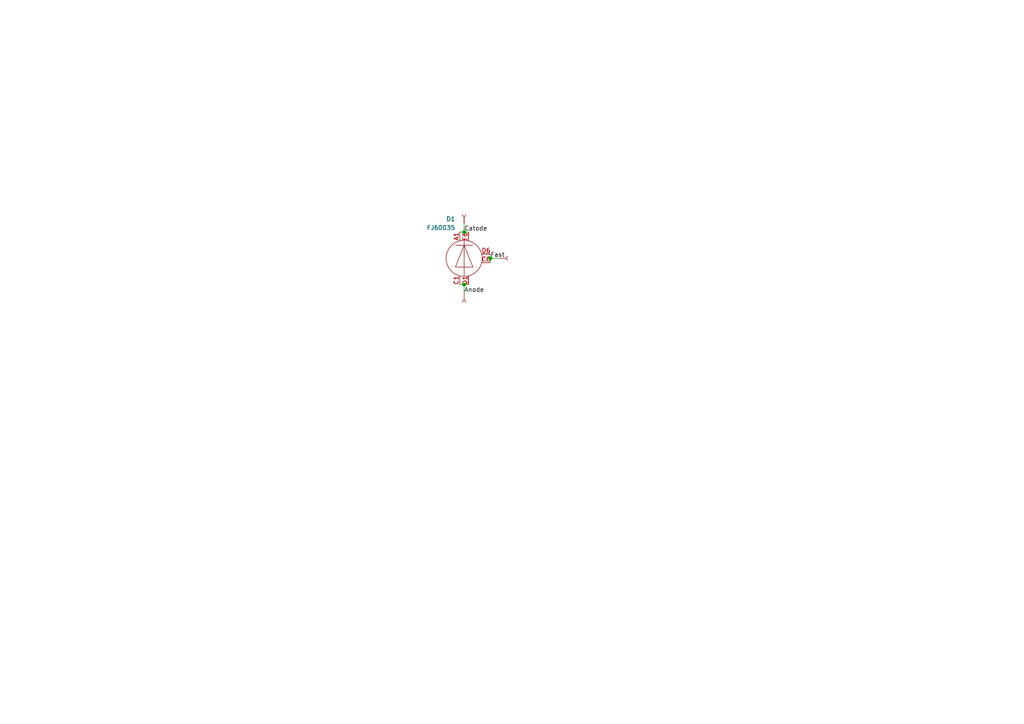
<source format=kicad_sch>
(kicad_sch (version 20211123) (generator eeschema)
  (paper "A4")
  (lib_symbols
    (symbol "FJ600035-rescue:Conn-My_Library-FJ600035-rescue" (pin_numbers hide) (pin_names (offset 1.016) hide)
      (property "Reference" "J" (at 0 2.54 0))
      (property "Value" "Conn-My_Library-FJ600035-rescue" (at 0 -2.54 0))
      (symbol "Conn-My_Library-FJ600035-rescue_1_1"
        (arc (start 0 0.508) (mid -0.508 0) (end 0 -0.508) (stroke (width 0.1524)))
        (pin passive line (at -2.54 0 0) (length 2.0066) (name "~") (number "1"))
      )
    )
    (symbol "FJ600035-rescue:FJ60035-My_Library-FJ600035-rescue" (pin_names (offset 1.016))
      (property "Reference" "D" (at 0 0 0))
      (property "Value" "FJ60035-My_Library-FJ600035-rescue" (at -6.35 -6.35 0))
      (symbol "FJ60035-My_Library-FJ600035-rescue_0_1"
        (polyline (pts (xy -2.54 3.81) (xy 2.54 3.81)))
        (polyline (pts (xy 0 -2.54) (xy 0 -5.08)))
        (polyline (pts (xy 0 3.81) (xy 0 -2.54)))
        (polyline (pts (xy 0 3.81) (xy 0 5.08)))
        (polyline (pts (xy -2.54 -2.54) (xy 2.54 -2.54) (xy 0 3.81) (xy -2.54 -2.54)))
        (circle (center 0 0) (radius 5.2324))
      )
      (symbol "FJ60035-My_Library-FJ600035-rescue_1_1"
        (pin input line (at -1.27 7.62 270) (length 2.54) (name "~") (number "A1"))
        (pin input line (at -1.27 -7.62 90) (length 2.54) (name "~") (number "C1"))
        (pin input line (at 7.62 -1.27 180) (length 2.54) (name "~") (number "C6"))
        (pin input line (at 1.27 -7.62 90) (length 2.54) (name "~") (number "D1"))
        (pin input line (at 7.62 1.27 180) (length 2.54) (name "~") (number "D6"))
        (pin input line (at 1.27 7.62 270) (length 2.54) (name "~") (number "F6"))
      )
    )
  )
  (junction (at 134.62 82.55))
  (junction (at 134.62 67.31))
  (junction (at 142.24 74.93))
  (wire (pts (xy 144.78 74.93) (xy 142.24 74.93)))
  (wire (pts (xy 134.62 82.55) (xy 133.35 82.55)))
  (wire (pts (xy 142.24 74.93) (xy 142.24 76.2)))
  (wire (pts (xy 135.89 67.31) (xy 134.62 67.31)))
  (wire (pts (xy 134.62 67.31) (xy 133.35 67.31)))
  (wire (pts (xy 135.89 82.55) (xy 134.62 82.55)))
  (wire (pts (xy 142.24 73.66) (xy 142.24 74.93)))
  (wire (pts (xy 134.62 85.09) (xy 134.62 82.55)))
  (wire (pts (xy 134.62 64.77) (xy 134.62 67.31)))
  (label "Fast" (at 142.24 74.93 0))
  (label "Anode" (at 134.62 85.09 0))
  (label "Catode" (at 134.62 67.31 0))
  (symbol (lib_id "FJ600035-rescue:FJ60035-My_Library-FJ600035-rescue") (at 134.62 74.93 0) (unit 1)
    (property "Reference" "D1" (at 132.08 63.5 0) (effects (justify right)))
    (property "Value" "FJ60035" (at 132.08 66.04 0) (effects (justify right)))
    (property "Footprint" "lib:FJ60035" (effects hide))
  )
  (symbol (lib_id "FJ600035-rescue:Conn-My_Library-FJ600035-rescue") (at 134.62 62.23 90) (unit 1)
    (property "Reference" "J1" (effects hide))
    (property "Value" "Conn" (effects hide))
    (property "Footprint" "lib:conn_mini" (effects hide))
  )
  (symbol (lib_id "FJ600035-rescue:Conn-My_Library-FJ600035-rescue") (at 134.62 87.63 270) (unit 1)
    (property "Reference" "J2" (effects hide))
    (property "Value" "Conn" (effects hide))
    (property "Footprint" "lib:conn_mini" (effects hide))
  )
  (symbol (lib_id "FJ600035-rescue:Conn-My_Library-FJ600035-rescue") (at 147.32 74.93 0) (unit 1)
    (property "Reference" "J3" (effects hide))
    (property "Value" "Conn" (effects hide))
    (property "Footprint" "lib:conn_mini" (effects hide))
  )
)
</source>
